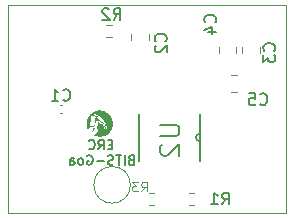
<source format=gbr>
%TF.GenerationSoftware,KiCad,Pcbnew,8.0.4-8.0.4-0~ubuntu22.04.1*%
%TF.CreationDate,2024-08-01T19:41:56+05:30*%
%TF.ProjectId,Microphone,4d696372-6f70-4686-9f6e-652e6b696361,v01*%
%TF.SameCoordinates,Original*%
%TF.FileFunction,Legend,Bot*%
%TF.FilePolarity,Positive*%
%FSLAX46Y46*%
G04 Gerber Fmt 4.6, Leading zero omitted, Abs format (unit mm)*
G04 Created by KiCad (PCBNEW 8.0.4-8.0.4-0~ubuntu22.04.1) date 2024-08-01 19:41:56*
%MOMM*%
%LPD*%
G01*
G04 APERTURE LIST*
%ADD10C,0.160000*%
%ADD11C,0.150000*%
%ADD12C,0.120000*%
%ADD13C,0.152400*%
%ADD14C,0.000000*%
%TA.AperFunction,Profile*%
%ADD15C,0.100000*%
%TD*%
G04 APERTURE END LIST*
D10*
X162675688Y-66386772D02*
X162409022Y-66386772D01*
X162294736Y-66805820D02*
X162675688Y-66805820D01*
X162675688Y-66805820D02*
X162675688Y-66005820D01*
X162675688Y-66005820D02*
X162294736Y-66005820D01*
X161494735Y-66805820D02*
X161761402Y-66424867D01*
X161951878Y-66805820D02*
X161951878Y-66005820D01*
X161951878Y-66005820D02*
X161647116Y-66005820D01*
X161647116Y-66005820D02*
X161570926Y-66043915D01*
X161570926Y-66043915D02*
X161532831Y-66082010D01*
X161532831Y-66082010D02*
X161494735Y-66158201D01*
X161494735Y-66158201D02*
X161494735Y-66272486D01*
X161494735Y-66272486D02*
X161532831Y-66348677D01*
X161532831Y-66348677D02*
X161570926Y-66386772D01*
X161570926Y-66386772D02*
X161647116Y-66424867D01*
X161647116Y-66424867D02*
X161951878Y-66424867D01*
X160694735Y-66729629D02*
X160732831Y-66767725D01*
X160732831Y-66767725D02*
X160847116Y-66805820D01*
X160847116Y-66805820D02*
X160923307Y-66805820D01*
X160923307Y-66805820D02*
X161037593Y-66767725D01*
X161037593Y-66767725D02*
X161113783Y-66691534D01*
X161113783Y-66691534D02*
X161151878Y-66615344D01*
X161151878Y-66615344D02*
X161189974Y-66462963D01*
X161189974Y-66462963D02*
X161189974Y-66348677D01*
X161189974Y-66348677D02*
X161151878Y-66196296D01*
X161151878Y-66196296D02*
X161113783Y-66120105D01*
X161113783Y-66120105D02*
X161037593Y-66043915D01*
X161037593Y-66043915D02*
X160923307Y-66005820D01*
X160923307Y-66005820D02*
X160847116Y-66005820D01*
X160847116Y-66005820D02*
X160732831Y-66043915D01*
X160732831Y-66043915D02*
X160694735Y-66082010D01*
X164237594Y-67674727D02*
X164123308Y-67712822D01*
X164123308Y-67712822D02*
X164085213Y-67750918D01*
X164085213Y-67750918D02*
X164047117Y-67827108D01*
X164047117Y-67827108D02*
X164047117Y-67941394D01*
X164047117Y-67941394D02*
X164085213Y-68017584D01*
X164085213Y-68017584D02*
X164123308Y-68055680D01*
X164123308Y-68055680D02*
X164199498Y-68093775D01*
X164199498Y-68093775D02*
X164504260Y-68093775D01*
X164504260Y-68093775D02*
X164504260Y-67293775D01*
X164504260Y-67293775D02*
X164237594Y-67293775D01*
X164237594Y-67293775D02*
X164161403Y-67331870D01*
X164161403Y-67331870D02*
X164123308Y-67369965D01*
X164123308Y-67369965D02*
X164085213Y-67446156D01*
X164085213Y-67446156D02*
X164085213Y-67522346D01*
X164085213Y-67522346D02*
X164123308Y-67598537D01*
X164123308Y-67598537D02*
X164161403Y-67636632D01*
X164161403Y-67636632D02*
X164237594Y-67674727D01*
X164237594Y-67674727D02*
X164504260Y-67674727D01*
X163704260Y-68093775D02*
X163704260Y-67293775D01*
X163437594Y-67293775D02*
X162980451Y-67293775D01*
X163209023Y-68093775D02*
X163209023Y-67293775D01*
X162751880Y-68055680D02*
X162637594Y-68093775D01*
X162637594Y-68093775D02*
X162447118Y-68093775D01*
X162447118Y-68093775D02*
X162370927Y-68055680D01*
X162370927Y-68055680D02*
X162332832Y-68017584D01*
X162332832Y-68017584D02*
X162294737Y-67941394D01*
X162294737Y-67941394D02*
X162294737Y-67865203D01*
X162294737Y-67865203D02*
X162332832Y-67789013D01*
X162332832Y-67789013D02*
X162370927Y-67750918D01*
X162370927Y-67750918D02*
X162447118Y-67712822D01*
X162447118Y-67712822D02*
X162599499Y-67674727D01*
X162599499Y-67674727D02*
X162675689Y-67636632D01*
X162675689Y-67636632D02*
X162713784Y-67598537D01*
X162713784Y-67598537D02*
X162751880Y-67522346D01*
X162751880Y-67522346D02*
X162751880Y-67446156D01*
X162751880Y-67446156D02*
X162713784Y-67369965D01*
X162713784Y-67369965D02*
X162675689Y-67331870D01*
X162675689Y-67331870D02*
X162599499Y-67293775D01*
X162599499Y-67293775D02*
X162409022Y-67293775D01*
X162409022Y-67293775D02*
X162294737Y-67331870D01*
X161951879Y-67789013D02*
X161342356Y-67789013D01*
X160542356Y-67331870D02*
X160618546Y-67293775D01*
X160618546Y-67293775D02*
X160732832Y-67293775D01*
X160732832Y-67293775D02*
X160847118Y-67331870D01*
X160847118Y-67331870D02*
X160923308Y-67408060D01*
X160923308Y-67408060D02*
X160961403Y-67484251D01*
X160961403Y-67484251D02*
X160999499Y-67636632D01*
X160999499Y-67636632D02*
X160999499Y-67750918D01*
X160999499Y-67750918D02*
X160961403Y-67903299D01*
X160961403Y-67903299D02*
X160923308Y-67979489D01*
X160923308Y-67979489D02*
X160847118Y-68055680D01*
X160847118Y-68055680D02*
X160732832Y-68093775D01*
X160732832Y-68093775D02*
X160656641Y-68093775D01*
X160656641Y-68093775D02*
X160542356Y-68055680D01*
X160542356Y-68055680D02*
X160504260Y-68017584D01*
X160504260Y-68017584D02*
X160504260Y-67750918D01*
X160504260Y-67750918D02*
X160656641Y-67750918D01*
X160047118Y-68093775D02*
X160123308Y-68055680D01*
X160123308Y-68055680D02*
X160161403Y-68017584D01*
X160161403Y-68017584D02*
X160199499Y-67941394D01*
X160199499Y-67941394D02*
X160199499Y-67712822D01*
X160199499Y-67712822D02*
X160161403Y-67636632D01*
X160161403Y-67636632D02*
X160123308Y-67598537D01*
X160123308Y-67598537D02*
X160047118Y-67560441D01*
X160047118Y-67560441D02*
X159932832Y-67560441D01*
X159932832Y-67560441D02*
X159856641Y-67598537D01*
X159856641Y-67598537D02*
X159818546Y-67636632D01*
X159818546Y-67636632D02*
X159780451Y-67712822D01*
X159780451Y-67712822D02*
X159780451Y-67941394D01*
X159780451Y-67941394D02*
X159818546Y-68017584D01*
X159818546Y-68017584D02*
X159856641Y-68055680D01*
X159856641Y-68055680D02*
X159932832Y-68093775D01*
X159932832Y-68093775D02*
X160047118Y-68093775D01*
X159094736Y-68093775D02*
X159094736Y-67674727D01*
X159094736Y-67674727D02*
X159132831Y-67598537D01*
X159132831Y-67598537D02*
X159209022Y-67560441D01*
X159209022Y-67560441D02*
X159361403Y-67560441D01*
X159361403Y-67560441D02*
X159437593Y-67598537D01*
X159094736Y-68055680D02*
X159170927Y-68093775D01*
X159170927Y-68093775D02*
X159361403Y-68093775D01*
X159361403Y-68093775D02*
X159437593Y-68055680D01*
X159437593Y-68055680D02*
X159475689Y-67979489D01*
X159475689Y-67979489D02*
X159475689Y-67903299D01*
X159475689Y-67903299D02*
X159437593Y-67827108D01*
X159437593Y-67827108D02*
X159361403Y-67789013D01*
X159361403Y-67789013D02*
X159170927Y-67789013D01*
X159170927Y-67789013D02*
X159094736Y-67750918D01*
D11*
X166708272Y-64746756D02*
X168039843Y-64746756D01*
X168039843Y-64746756D02*
X168196499Y-64825084D01*
X168196499Y-64825084D02*
X168274827Y-64903412D01*
X168274827Y-64903412D02*
X168353154Y-65060067D01*
X168353154Y-65060067D02*
X168353154Y-65373378D01*
X168353154Y-65373378D02*
X168274827Y-65530033D01*
X168274827Y-65530033D02*
X168196499Y-65608361D01*
X168196499Y-65608361D02*
X168039843Y-65686689D01*
X168039843Y-65686689D02*
X166708272Y-65686689D01*
X166864928Y-66391638D02*
X166786600Y-66469966D01*
X166786600Y-66469966D02*
X166708272Y-66626622D01*
X166708272Y-66626622D02*
X166708272Y-67018260D01*
X166708272Y-67018260D02*
X166786600Y-67174916D01*
X166786600Y-67174916D02*
X166864928Y-67253243D01*
X166864928Y-67253243D02*
X167021583Y-67331571D01*
X167021583Y-67331571D02*
X167178239Y-67331571D01*
X167178239Y-67331571D02*
X167413222Y-67253243D01*
X167413222Y-67253243D02*
X168353154Y-66313311D01*
X168353154Y-66313311D02*
X168353154Y-67331571D01*
D12*
X165133332Y-70363855D02*
X165399999Y-69982902D01*
X165590475Y-70363855D02*
X165590475Y-69563855D01*
X165590475Y-69563855D02*
X165285713Y-69563855D01*
X165285713Y-69563855D02*
X165209523Y-69601950D01*
X165209523Y-69601950D02*
X165171428Y-69640045D01*
X165171428Y-69640045D02*
X165133332Y-69716236D01*
X165133332Y-69716236D02*
X165133332Y-69830521D01*
X165133332Y-69830521D02*
X165171428Y-69906712D01*
X165171428Y-69906712D02*
X165209523Y-69944807D01*
X165209523Y-69944807D02*
X165285713Y-69982902D01*
X165285713Y-69982902D02*
X165590475Y-69982902D01*
X164866666Y-69563855D02*
X164371428Y-69563855D01*
X164371428Y-69563855D02*
X164638094Y-69868617D01*
X164638094Y-69868617D02*
X164523809Y-69868617D01*
X164523809Y-69868617D02*
X164447618Y-69906712D01*
X164447618Y-69906712D02*
X164409523Y-69944807D01*
X164409523Y-69944807D02*
X164371428Y-70020998D01*
X164371428Y-70020998D02*
X164371428Y-70211474D01*
X164371428Y-70211474D02*
X164409523Y-70287664D01*
X164409523Y-70287664D02*
X164447618Y-70325760D01*
X164447618Y-70325760D02*
X164523809Y-70363855D01*
X164523809Y-70363855D02*
X164752380Y-70363855D01*
X164752380Y-70363855D02*
X164828571Y-70325760D01*
X164828571Y-70325760D02*
X164866666Y-70287664D01*
D11*
X171966666Y-71454819D02*
X172299999Y-70978628D01*
X172538094Y-71454819D02*
X172538094Y-70454819D01*
X172538094Y-70454819D02*
X172157142Y-70454819D01*
X172157142Y-70454819D02*
X172061904Y-70502438D01*
X172061904Y-70502438D02*
X172014285Y-70550057D01*
X172014285Y-70550057D02*
X171966666Y-70645295D01*
X171966666Y-70645295D02*
X171966666Y-70788152D01*
X171966666Y-70788152D02*
X172014285Y-70883390D01*
X172014285Y-70883390D02*
X172061904Y-70931009D01*
X172061904Y-70931009D02*
X172157142Y-70978628D01*
X172157142Y-70978628D02*
X172538094Y-70978628D01*
X171014285Y-71454819D02*
X171585713Y-71454819D01*
X171299999Y-71454819D02*
X171299999Y-70454819D01*
X171299999Y-70454819D02*
X171395237Y-70597676D01*
X171395237Y-70597676D02*
X171490475Y-70692914D01*
X171490475Y-70692914D02*
X171585713Y-70740533D01*
X158486666Y-62599580D02*
X158534285Y-62647200D01*
X158534285Y-62647200D02*
X158677142Y-62694819D01*
X158677142Y-62694819D02*
X158772380Y-62694819D01*
X158772380Y-62694819D02*
X158915237Y-62647200D01*
X158915237Y-62647200D02*
X159010475Y-62551961D01*
X159010475Y-62551961D02*
X159058094Y-62456723D01*
X159058094Y-62456723D02*
X159105713Y-62266247D01*
X159105713Y-62266247D02*
X159105713Y-62123390D01*
X159105713Y-62123390D02*
X159058094Y-61932914D01*
X159058094Y-61932914D02*
X159010475Y-61837676D01*
X159010475Y-61837676D02*
X158915237Y-61742438D01*
X158915237Y-61742438D02*
X158772380Y-61694819D01*
X158772380Y-61694819D02*
X158677142Y-61694819D01*
X158677142Y-61694819D02*
X158534285Y-61742438D01*
X158534285Y-61742438D02*
X158486666Y-61790057D01*
X157534285Y-62694819D02*
X158105713Y-62694819D01*
X157819999Y-62694819D02*
X157819999Y-61694819D01*
X157819999Y-61694819D02*
X157915237Y-61837676D01*
X157915237Y-61837676D02*
X158010475Y-61932914D01*
X158010475Y-61932914D02*
X158105713Y-61980533D01*
X167159580Y-57633333D02*
X167207200Y-57585714D01*
X167207200Y-57585714D02*
X167254819Y-57442857D01*
X167254819Y-57442857D02*
X167254819Y-57347619D01*
X167254819Y-57347619D02*
X167207200Y-57204762D01*
X167207200Y-57204762D02*
X167111961Y-57109524D01*
X167111961Y-57109524D02*
X167016723Y-57061905D01*
X167016723Y-57061905D02*
X166826247Y-57014286D01*
X166826247Y-57014286D02*
X166683390Y-57014286D01*
X166683390Y-57014286D02*
X166492914Y-57061905D01*
X166492914Y-57061905D02*
X166397676Y-57109524D01*
X166397676Y-57109524D02*
X166302438Y-57204762D01*
X166302438Y-57204762D02*
X166254819Y-57347619D01*
X166254819Y-57347619D02*
X166254819Y-57442857D01*
X166254819Y-57442857D02*
X166302438Y-57585714D01*
X166302438Y-57585714D02*
X166350057Y-57633333D01*
X166350057Y-58014286D02*
X166302438Y-58061905D01*
X166302438Y-58061905D02*
X166254819Y-58157143D01*
X166254819Y-58157143D02*
X166254819Y-58395238D01*
X166254819Y-58395238D02*
X166302438Y-58490476D01*
X166302438Y-58490476D02*
X166350057Y-58538095D01*
X166350057Y-58538095D02*
X166445295Y-58585714D01*
X166445295Y-58585714D02*
X166540533Y-58585714D01*
X166540533Y-58585714D02*
X166683390Y-58538095D01*
X166683390Y-58538095D02*
X167254819Y-57966667D01*
X167254819Y-57966667D02*
X167254819Y-58585714D01*
X176359580Y-58433333D02*
X176407200Y-58385714D01*
X176407200Y-58385714D02*
X176454819Y-58242857D01*
X176454819Y-58242857D02*
X176454819Y-58147619D01*
X176454819Y-58147619D02*
X176407200Y-58004762D01*
X176407200Y-58004762D02*
X176311961Y-57909524D01*
X176311961Y-57909524D02*
X176216723Y-57861905D01*
X176216723Y-57861905D02*
X176026247Y-57814286D01*
X176026247Y-57814286D02*
X175883390Y-57814286D01*
X175883390Y-57814286D02*
X175692914Y-57861905D01*
X175692914Y-57861905D02*
X175597676Y-57909524D01*
X175597676Y-57909524D02*
X175502438Y-58004762D01*
X175502438Y-58004762D02*
X175454819Y-58147619D01*
X175454819Y-58147619D02*
X175454819Y-58242857D01*
X175454819Y-58242857D02*
X175502438Y-58385714D01*
X175502438Y-58385714D02*
X175550057Y-58433333D01*
X175454819Y-58766667D02*
X175454819Y-59385714D01*
X175454819Y-59385714D02*
X175835771Y-59052381D01*
X175835771Y-59052381D02*
X175835771Y-59195238D01*
X175835771Y-59195238D02*
X175883390Y-59290476D01*
X175883390Y-59290476D02*
X175931009Y-59338095D01*
X175931009Y-59338095D02*
X176026247Y-59385714D01*
X176026247Y-59385714D02*
X176264342Y-59385714D01*
X176264342Y-59385714D02*
X176359580Y-59338095D01*
X176359580Y-59338095D02*
X176407200Y-59290476D01*
X176407200Y-59290476D02*
X176454819Y-59195238D01*
X176454819Y-59195238D02*
X176454819Y-58909524D01*
X176454819Y-58909524D02*
X176407200Y-58814286D01*
X176407200Y-58814286D02*
X176359580Y-58766667D01*
X171359580Y-56033333D02*
X171407200Y-55985714D01*
X171407200Y-55985714D02*
X171454819Y-55842857D01*
X171454819Y-55842857D02*
X171454819Y-55747619D01*
X171454819Y-55747619D02*
X171407200Y-55604762D01*
X171407200Y-55604762D02*
X171311961Y-55509524D01*
X171311961Y-55509524D02*
X171216723Y-55461905D01*
X171216723Y-55461905D02*
X171026247Y-55414286D01*
X171026247Y-55414286D02*
X170883390Y-55414286D01*
X170883390Y-55414286D02*
X170692914Y-55461905D01*
X170692914Y-55461905D02*
X170597676Y-55509524D01*
X170597676Y-55509524D02*
X170502438Y-55604762D01*
X170502438Y-55604762D02*
X170454819Y-55747619D01*
X170454819Y-55747619D02*
X170454819Y-55842857D01*
X170454819Y-55842857D02*
X170502438Y-55985714D01*
X170502438Y-55985714D02*
X170550057Y-56033333D01*
X170788152Y-56890476D02*
X171454819Y-56890476D01*
X170407200Y-56652381D02*
X171121485Y-56414286D01*
X171121485Y-56414286D02*
X171121485Y-57033333D01*
X162766666Y-55854819D02*
X163099999Y-55378628D01*
X163338094Y-55854819D02*
X163338094Y-54854819D01*
X163338094Y-54854819D02*
X162957142Y-54854819D01*
X162957142Y-54854819D02*
X162861904Y-54902438D01*
X162861904Y-54902438D02*
X162814285Y-54950057D01*
X162814285Y-54950057D02*
X162766666Y-55045295D01*
X162766666Y-55045295D02*
X162766666Y-55188152D01*
X162766666Y-55188152D02*
X162814285Y-55283390D01*
X162814285Y-55283390D02*
X162861904Y-55331009D01*
X162861904Y-55331009D02*
X162957142Y-55378628D01*
X162957142Y-55378628D02*
X163338094Y-55378628D01*
X162385713Y-54950057D02*
X162338094Y-54902438D01*
X162338094Y-54902438D02*
X162242856Y-54854819D01*
X162242856Y-54854819D02*
X162004761Y-54854819D01*
X162004761Y-54854819D02*
X161909523Y-54902438D01*
X161909523Y-54902438D02*
X161861904Y-54950057D01*
X161861904Y-54950057D02*
X161814285Y-55045295D01*
X161814285Y-55045295D02*
X161814285Y-55140533D01*
X161814285Y-55140533D02*
X161861904Y-55283390D01*
X161861904Y-55283390D02*
X162433332Y-55854819D01*
X162433332Y-55854819D02*
X161814285Y-55854819D01*
X175166666Y-62959580D02*
X175214285Y-63007200D01*
X175214285Y-63007200D02*
X175357142Y-63054819D01*
X175357142Y-63054819D02*
X175452380Y-63054819D01*
X175452380Y-63054819D02*
X175595237Y-63007200D01*
X175595237Y-63007200D02*
X175690475Y-62911961D01*
X175690475Y-62911961D02*
X175738094Y-62816723D01*
X175738094Y-62816723D02*
X175785713Y-62626247D01*
X175785713Y-62626247D02*
X175785713Y-62483390D01*
X175785713Y-62483390D02*
X175738094Y-62292914D01*
X175738094Y-62292914D02*
X175690475Y-62197676D01*
X175690475Y-62197676D02*
X175595237Y-62102438D01*
X175595237Y-62102438D02*
X175452380Y-62054819D01*
X175452380Y-62054819D02*
X175357142Y-62054819D01*
X175357142Y-62054819D02*
X175214285Y-62102438D01*
X175214285Y-62102438D02*
X175166666Y-62150057D01*
X174261904Y-62054819D02*
X174738094Y-62054819D01*
X174738094Y-62054819D02*
X174785713Y-62531009D01*
X174785713Y-62531009D02*
X174738094Y-62483390D01*
X174738094Y-62483390D02*
X174642856Y-62435771D01*
X174642856Y-62435771D02*
X174404761Y-62435771D01*
X174404761Y-62435771D02*
X174309523Y-62483390D01*
X174309523Y-62483390D02*
X174261904Y-62531009D01*
X174261904Y-62531009D02*
X174214285Y-62626247D01*
X174214285Y-62626247D02*
X174214285Y-62864342D01*
X174214285Y-62864342D02*
X174261904Y-62959580D01*
X174261904Y-62959580D02*
X174309523Y-63007200D01*
X174309523Y-63007200D02*
X174404761Y-63054819D01*
X174404761Y-63054819D02*
X174642856Y-63054819D01*
X174642856Y-63054819D02*
X174738094Y-63007200D01*
X174738094Y-63007200D02*
X174785713Y-62959580D01*
D13*
%TO.C,U2*%
X164929600Y-63818800D02*
X164929600Y-67781200D01*
X170060400Y-65495200D02*
X170060400Y-63818800D01*
X170060400Y-66104800D02*
X170060400Y-65495200D01*
X170060400Y-67781200D02*
X170060400Y-66104800D01*
X170060400Y-66104800D02*
G75*
G02*
X170060400Y-65495200I0J304800D01*
G01*
D12*
%TO.C,R3*%
X165737742Y-70477500D02*
X166212258Y-70477500D01*
X165737742Y-71522500D02*
X166212258Y-71522500D01*
%TO.C,R1*%
X169137742Y-70477500D02*
X169612258Y-70477500D01*
X169137742Y-71522500D02*
X169612258Y-71522500D01*
D14*
%TO.C,G\u002A\u002A\u002A*%
G36*
X162093796Y-64910606D02*
G01*
X162101685Y-64910703D01*
X162107352Y-64911073D01*
X162111748Y-64911883D01*
X162115821Y-64913295D01*
X162120523Y-64915474D01*
X162121132Y-64915778D01*
X162132882Y-64923481D01*
X162142897Y-64933597D01*
X162150462Y-64945414D01*
X162150854Y-64946216D01*
X162152903Y-64950755D01*
X162154211Y-64954813D01*
X162154943Y-64959337D01*
X162155262Y-64965277D01*
X162155331Y-64973580D01*
X162155327Y-64976646D01*
X162155206Y-64983977D01*
X162154782Y-64989293D01*
X162153877Y-64993567D01*
X162152308Y-64997770D01*
X162149897Y-65002876D01*
X162149081Y-65004474D01*
X162141177Y-65016034D01*
X162130950Y-65025667D01*
X162118966Y-65032931D01*
X162105789Y-65037384D01*
X162099051Y-65038249D01*
X162088494Y-65038138D01*
X162077611Y-65036681D01*
X162067889Y-65034009D01*
X162066778Y-65033572D01*
X162057554Y-65028488D01*
X162048478Y-65021237D01*
X162040532Y-65012715D01*
X162034700Y-65003814D01*
X162031467Y-64996298D01*
X162028196Y-64982711D01*
X162027858Y-64969022D01*
X162030300Y-64955686D01*
X162035365Y-64943160D01*
X162042899Y-64931902D01*
X162052749Y-64922367D01*
X162064759Y-64915012D01*
X162068989Y-64913160D01*
X162073194Y-64911815D01*
X162077861Y-64911042D01*
X162083941Y-64910689D01*
X162092382Y-64910605D01*
X162093796Y-64910606D01*
G37*
G36*
X162703487Y-64443456D02*
G01*
X162705261Y-64455880D01*
X162711866Y-64516213D01*
X162715179Y-64576698D01*
X162715207Y-64637233D01*
X162711958Y-64697717D01*
X162709166Y-64723558D01*
X162705440Y-64758048D01*
X162701727Y-64780855D01*
X162695659Y-64818125D01*
X162682624Y-64877846D01*
X162666343Y-64937110D01*
X162655140Y-64971649D01*
X162654602Y-64973308D01*
X162634719Y-65026265D01*
X162611856Y-65078674D01*
X162586213Y-65130146D01*
X162557986Y-65180292D01*
X162527373Y-65228722D01*
X162494572Y-65275048D01*
X162475925Y-65299244D01*
X162436900Y-65345851D01*
X162404695Y-65380343D01*
X162395576Y-65390110D01*
X162352042Y-65431952D01*
X162306389Y-65471311D01*
X162258705Y-65508118D01*
X162209082Y-65542307D01*
X162157609Y-65573810D01*
X162104376Y-65602559D01*
X162049473Y-65628488D01*
X161992989Y-65651528D01*
X161952965Y-65665685D01*
X161897632Y-65682403D01*
X161841101Y-65696329D01*
X161783853Y-65707362D01*
X161726369Y-65715400D01*
X161669132Y-65720340D01*
X161665684Y-65720508D01*
X161656810Y-65720777D01*
X161645527Y-65720973D01*
X161632407Y-65721097D01*
X161618022Y-65721153D01*
X161602945Y-65721141D01*
X161587747Y-65721066D01*
X161573001Y-65720928D01*
X161559280Y-65720730D01*
X161547154Y-65720474D01*
X161537197Y-65720163D01*
X161529981Y-65719798D01*
X161482043Y-65715512D01*
X161421588Y-65707233D01*
X161361990Y-65695787D01*
X161303091Y-65681143D01*
X161244730Y-65663269D01*
X161241501Y-65662175D01*
X161228671Y-65657655D01*
X161214961Y-65652583D01*
X161200702Y-65647102D01*
X161186226Y-65641355D01*
X161171865Y-65635484D01*
X161157950Y-65629634D01*
X161144814Y-65623947D01*
X161132789Y-65618566D01*
X161122205Y-65613635D01*
X161113396Y-65609296D01*
X161106693Y-65605692D01*
X161102428Y-65602968D01*
X161100932Y-65601265D01*
X161101058Y-65600802D01*
X161103197Y-65598905D01*
X161107144Y-65597136D01*
X161114846Y-65594384D01*
X161129773Y-65588025D01*
X161146354Y-65579872D01*
X161164095Y-65570210D01*
X161182502Y-65559324D01*
X161201080Y-65547501D01*
X161219334Y-65535027D01*
X161236770Y-65522187D01*
X161251213Y-65510825D01*
X161274733Y-65491246D01*
X161298985Y-65469869D01*
X161323368Y-65447270D01*
X161347283Y-65424024D01*
X161370127Y-65400704D01*
X161391301Y-65377887D01*
X161410203Y-65356148D01*
X161419959Y-65344481D01*
X161437678Y-65237704D01*
X161437814Y-65236883D01*
X161441913Y-65212111D01*
X161862965Y-65212111D01*
X161863672Y-65218491D01*
X161866210Y-65226935D01*
X161870081Y-65234691D01*
X161874740Y-65240451D01*
X161875673Y-65241088D01*
X161879402Y-65243319D01*
X161885686Y-65246928D01*
X161894301Y-65251792D01*
X161905026Y-65257789D01*
X161917640Y-65264795D01*
X161931921Y-65272687D01*
X161947646Y-65281343D01*
X161964594Y-65290638D01*
X161982543Y-65300451D01*
X162001272Y-65310658D01*
X162012759Y-65316909D01*
X162031109Y-65326896D01*
X162048580Y-65336407D01*
X162064948Y-65345320D01*
X162079987Y-65353511D01*
X162093471Y-65360858D01*
X162105173Y-65367237D01*
X162114869Y-65372525D01*
X162122331Y-65376599D01*
X162127335Y-65379336D01*
X162129655Y-65380613D01*
X162129711Y-65380343D01*
X162127809Y-65378058D01*
X162123855Y-65373761D01*
X162118019Y-65367628D01*
X162110474Y-65359834D01*
X162101390Y-65350557D01*
X162090940Y-65339971D01*
X162079296Y-65328252D01*
X162066629Y-65315578D01*
X162053110Y-65302123D01*
X161970767Y-65220381D01*
X161986991Y-65172636D01*
X162003216Y-65124891D01*
X161959483Y-65083182D01*
X161959444Y-65083145D01*
X161949425Y-65073608D01*
X161940154Y-65064819D01*
X161931905Y-65057035D01*
X161924952Y-65050513D01*
X161919569Y-65045510D01*
X161916031Y-65042283D01*
X161914612Y-65041091D01*
X161914479Y-65041248D01*
X161913474Y-65043724D01*
X161911628Y-65048974D01*
X161909035Y-65056704D01*
X161905790Y-65066620D01*
X161901990Y-65078429D01*
X161897730Y-65091837D01*
X161893105Y-65106550D01*
X161888211Y-65122275D01*
X161887019Y-65126129D01*
X161880956Y-65145846D01*
X161875870Y-65162634D01*
X161871708Y-65176675D01*
X161868419Y-65188153D01*
X161865953Y-65197252D01*
X161864256Y-65204156D01*
X161863277Y-65209048D01*
X161862965Y-65212111D01*
X161441913Y-65212111D01*
X161442815Y-65206663D01*
X161447272Y-65179517D01*
X161451207Y-65155260D01*
X161454641Y-65133705D01*
X161457597Y-65114668D01*
X161460096Y-65097962D01*
X161462159Y-65083401D01*
X161463808Y-65070801D01*
X161465064Y-65059975D01*
X161465950Y-65050738D01*
X161466486Y-65042905D01*
X161466695Y-65036289D01*
X161466597Y-65030704D01*
X161466215Y-65025966D01*
X161465570Y-65021889D01*
X161464684Y-65018286D01*
X161463578Y-65014973D01*
X161462633Y-65012711D01*
X161457563Y-65004102D01*
X161450538Y-64995484D01*
X161442429Y-64987829D01*
X161438457Y-64985099D01*
X161925893Y-64985099D01*
X161925899Y-64985686D01*
X161926025Y-64987161D01*
X161926458Y-64988725D01*
X161927383Y-64990581D01*
X161928985Y-64992934D01*
X161931449Y-64995990D01*
X161934961Y-64999953D01*
X161939706Y-65005029D01*
X161945869Y-65011421D01*
X161953635Y-65019336D01*
X161963189Y-65028977D01*
X161974717Y-65040551D01*
X161988404Y-65054261D01*
X161994235Y-65060095D01*
X162005794Y-65071634D01*
X162016541Y-65082327D01*
X162026258Y-65091961D01*
X162034727Y-65100319D01*
X162041730Y-65107188D01*
X162047050Y-65112352D01*
X162050468Y-65115597D01*
X162051767Y-65116709D01*
X162051988Y-65116649D01*
X162053263Y-65116179D01*
X162055781Y-65115169D01*
X162059768Y-65113524D01*
X162065450Y-65111148D01*
X162073051Y-65107948D01*
X162082799Y-65103829D01*
X162094917Y-65098694D01*
X162109632Y-65092451D01*
X162127170Y-65085003D01*
X162128067Y-65084622D01*
X162146361Y-65076755D01*
X162163516Y-65069207D01*
X162179256Y-65062107D01*
X162193304Y-65055587D01*
X162205383Y-65049776D01*
X162215217Y-65044806D01*
X162222528Y-65040806D01*
X162227041Y-65037908D01*
X162232788Y-65033525D01*
X162231703Y-64957156D01*
X162231521Y-64945057D01*
X162231409Y-64938420D01*
X162265824Y-64938420D01*
X162265886Y-64952227D01*
X162266321Y-65012899D01*
X162308563Y-65025388D01*
X162319649Y-65028668D01*
X162329796Y-65031676D01*
X162336021Y-65033525D01*
X162338432Y-65034241D01*
X162345139Y-65036239D01*
X162349502Y-65037547D01*
X162351103Y-65038040D01*
X162351183Y-65038576D01*
X162351560Y-65041956D01*
X162352217Y-65048212D01*
X162353126Y-65057077D01*
X162354261Y-65068282D01*
X162355593Y-65081557D01*
X162357097Y-65096635D01*
X162358744Y-65113247D01*
X162360509Y-65131125D01*
X162362364Y-65149999D01*
X162363352Y-65160044D01*
X162365196Y-65178638D01*
X162366957Y-65196199D01*
X162368606Y-65212443D01*
X162370113Y-65227088D01*
X162371449Y-65239851D01*
X162372585Y-65250448D01*
X162373489Y-65258596D01*
X162374135Y-65264013D01*
X162374491Y-65266415D01*
X162374664Y-65266560D01*
X162375331Y-65264922D01*
X162376445Y-65260674D01*
X162378018Y-65253743D01*
X162380067Y-65244059D01*
X162382605Y-65231546D01*
X162385648Y-65216134D01*
X162389209Y-65197750D01*
X162393303Y-65176321D01*
X162397946Y-65151774D01*
X162403151Y-65124038D01*
X162405541Y-65111265D01*
X162410092Y-65086942D01*
X162414078Y-65065570D01*
X162417527Y-65046939D01*
X162420464Y-65030843D01*
X162422913Y-65017073D01*
X162424902Y-65005421D01*
X162426455Y-64995679D01*
X162427598Y-64987639D01*
X162428357Y-64981092D01*
X162428758Y-64975832D01*
X162428825Y-64971649D01*
X162428586Y-64968336D01*
X162428065Y-64965685D01*
X162427288Y-64963488D01*
X162426280Y-64961536D01*
X162425068Y-64959621D01*
X162423678Y-64957537D01*
X162423112Y-64956713D01*
X162418762Y-64951519D01*
X162413991Y-64947117D01*
X162413921Y-64947067D01*
X162411357Y-64945783D01*
X162406117Y-64943532D01*
X162398584Y-64940457D01*
X162389143Y-64936703D01*
X162378178Y-64932417D01*
X162366073Y-64927742D01*
X162353212Y-64922824D01*
X162339980Y-64917809D01*
X162326759Y-64912840D01*
X162313936Y-64908063D01*
X162301892Y-64903623D01*
X162291014Y-64899665D01*
X162281684Y-64896334D01*
X162274288Y-64893775D01*
X162269208Y-64892134D01*
X162266830Y-64891554D01*
X162266820Y-64891556D01*
X162266519Y-64893251D01*
X162266264Y-64897881D01*
X162266062Y-64905079D01*
X162265917Y-64914480D01*
X162265836Y-64925715D01*
X162265824Y-64938420D01*
X162231409Y-64938420D01*
X162231256Y-64929401D01*
X162230974Y-64914664D01*
X162230684Y-64901245D01*
X162230396Y-64889542D01*
X162230118Y-64879956D01*
X162229861Y-64872884D01*
X162229634Y-64868726D01*
X162229289Y-64864774D01*
X162228656Y-64860051D01*
X162227568Y-64856065D01*
X162225711Y-64852537D01*
X162222772Y-64849191D01*
X162218439Y-64845747D01*
X162212398Y-64841928D01*
X162204336Y-64837456D01*
X162193940Y-64832052D01*
X162180897Y-64825438D01*
X162140200Y-64804877D01*
X162041969Y-64850215D01*
X162035425Y-64853237D01*
X162014819Y-64862791D01*
X161997075Y-64871080D01*
X161982068Y-64878167D01*
X161969669Y-64884114D01*
X161959750Y-64888984D01*
X161952184Y-64892839D01*
X161946844Y-64895741D01*
X161943603Y-64897753D01*
X161942331Y-64898937D01*
X161942234Y-64899190D01*
X161941247Y-64902716D01*
X161939827Y-64908845D01*
X161938086Y-64916994D01*
X161936133Y-64926582D01*
X161934081Y-64937027D01*
X161932041Y-64947746D01*
X161930123Y-64958159D01*
X161928438Y-64967682D01*
X161927097Y-64975735D01*
X161926212Y-64981734D01*
X161925893Y-64985099D01*
X161438457Y-64985099D01*
X161434107Y-64982109D01*
X161433048Y-64981586D01*
X161428337Y-64979761D01*
X161421897Y-64977708D01*
X161414430Y-64975599D01*
X161406632Y-64973607D01*
X161399204Y-64971903D01*
X161392843Y-64970661D01*
X161388250Y-64970054D01*
X161386123Y-64970254D01*
X161385708Y-64971823D01*
X161384776Y-64976308D01*
X161383404Y-64983335D01*
X161381664Y-64992532D01*
X161379625Y-65003527D01*
X161377357Y-65015951D01*
X161374932Y-65029430D01*
X161372753Y-65041621D01*
X161370434Y-65054587D01*
X161368332Y-65066333D01*
X161366521Y-65076452D01*
X161365072Y-65084534D01*
X161364060Y-65090172D01*
X161363558Y-65092957D01*
X161362625Y-65098057D01*
X161240530Y-65082632D01*
X161240389Y-65082614D01*
X161220658Y-65080139D01*
X161201892Y-65077820D01*
X161184348Y-65075685D01*
X161168285Y-65073765D01*
X161153959Y-65072089D01*
X161141630Y-65070688D01*
X161131555Y-65069591D01*
X161123992Y-65068827D01*
X161119199Y-65068427D01*
X161117434Y-65068421D01*
X161117240Y-65069040D01*
X161116573Y-65072507D01*
X161115565Y-65078641D01*
X161114276Y-65087042D01*
X161112768Y-65097306D01*
X161111101Y-65109031D01*
X161109337Y-65121816D01*
X161108816Y-65125641D01*
X161106506Y-65142398D01*
X161104517Y-65156322D01*
X161102770Y-65167788D01*
X161101186Y-65177172D01*
X161099687Y-65184851D01*
X161098193Y-65191200D01*
X161096626Y-65196595D01*
X161094907Y-65201413D01*
X161092958Y-65206029D01*
X161090699Y-65210820D01*
X161090692Y-65210835D01*
X161089159Y-65213874D01*
X161087498Y-65216871D01*
X161085547Y-65220017D01*
X161083143Y-65223502D01*
X161080122Y-65227516D01*
X161076322Y-65232251D01*
X161071580Y-65237897D01*
X161065734Y-65244645D01*
X161058619Y-65252685D01*
X161050074Y-65262208D01*
X161039936Y-65273406D01*
X161028041Y-65286467D01*
X161014226Y-65301584D01*
X160998330Y-65318946D01*
X160996617Y-65320816D01*
X160977438Y-65341690D01*
X160959590Y-65361008D01*
X160943160Y-65378680D01*
X160928237Y-65394613D01*
X160914906Y-65408715D01*
X160903256Y-65420896D01*
X160893375Y-65431063D01*
X160885350Y-65439125D01*
X160879269Y-65444990D01*
X160875219Y-65448567D01*
X160873288Y-65449764D01*
X160873273Y-65449763D01*
X160871388Y-65448634D01*
X160867650Y-65445671D01*
X160862594Y-65441320D01*
X160856755Y-65436024D01*
X160842010Y-65422333D01*
X160934418Y-65318872D01*
X160941883Y-65310508D01*
X160955966Y-65294697D01*
X160969468Y-65279497D01*
X160982208Y-65265115D01*
X160994003Y-65251756D01*
X161004674Y-65239627D01*
X161014040Y-65228934D01*
X161021917Y-65219883D01*
X161028127Y-65212680D01*
X161032487Y-65207532D01*
X161034816Y-65204644D01*
X161039365Y-65198123D01*
X161049193Y-65181102D01*
X161057743Y-65162094D01*
X161064654Y-65141965D01*
X161069564Y-65121579D01*
X161070548Y-65114677D01*
X161071366Y-65102802D01*
X161071512Y-65089536D01*
X161071009Y-65075964D01*
X161069878Y-65063170D01*
X161068143Y-65052241D01*
X161067299Y-65048412D01*
X161060013Y-65023819D01*
X161049911Y-65000733D01*
X161037167Y-64979353D01*
X161021953Y-64959879D01*
X161004444Y-64942508D01*
X160984812Y-64927440D01*
X160963230Y-64914873D01*
X160945558Y-64907409D01*
X161039966Y-64907409D01*
X161039978Y-64907513D01*
X161041215Y-64909392D01*
X161044089Y-64913241D01*
X161048234Y-64918578D01*
X161053282Y-64924921D01*
X161072330Y-64951038D01*
X161089288Y-64979503D01*
X161103378Y-65009170D01*
X161103476Y-65009405D01*
X161105848Y-65014882D01*
X161107813Y-65019065D01*
X161108955Y-65021066D01*
X161109321Y-65021179D01*
X161112412Y-65021682D01*
X161118407Y-65022488D01*
X161127031Y-65023564D01*
X161138007Y-65024879D01*
X161151062Y-65026400D01*
X161165918Y-65028095D01*
X161182302Y-65029932D01*
X161199937Y-65031878D01*
X161218548Y-65033901D01*
X161226070Y-65034713D01*
X161244427Y-65036698D01*
X161261754Y-65038577D01*
X161277770Y-65040318D01*
X161292190Y-65041891D01*
X161304731Y-65043265D01*
X161315112Y-65044408D01*
X161323047Y-65045291D01*
X161328254Y-65045880D01*
X161330451Y-65046147D01*
X161330656Y-65046172D01*
X161331343Y-65046073D01*
X161332008Y-65045501D01*
X161332697Y-65044226D01*
X161333454Y-65042012D01*
X161334326Y-65038626D01*
X161335358Y-65033836D01*
X161336595Y-65027408D01*
X161338084Y-65019109D01*
X161339868Y-65008704D01*
X161341995Y-64995962D01*
X161344509Y-64980648D01*
X161347456Y-64962529D01*
X161350882Y-64941373D01*
X161351770Y-64935886D01*
X161354703Y-64917802D01*
X161357482Y-64900726D01*
X161360060Y-64884939D01*
X161362392Y-64870726D01*
X161364431Y-64858369D01*
X161366129Y-64848151D01*
X161367440Y-64840355D01*
X161368318Y-64835264D01*
X161368716Y-64833161D01*
X161368930Y-64832766D01*
X161371485Y-64830566D01*
X161376546Y-64827303D01*
X161383715Y-64823217D01*
X161392598Y-64818551D01*
X161397282Y-64816141D01*
X161404573Y-64812240D01*
X161410406Y-64808927D01*
X161414276Y-64806494D01*
X161415678Y-64805232D01*
X161415898Y-64803466D01*
X161416553Y-64798680D01*
X161417607Y-64791153D01*
X161419019Y-64781155D01*
X161420750Y-64768959D01*
X161422762Y-64754836D01*
X161425014Y-64739060D01*
X161427469Y-64721901D01*
X161430087Y-64703631D01*
X161432829Y-64684523D01*
X161435655Y-64664849D01*
X161438527Y-64644880D01*
X161441406Y-64624888D01*
X161444252Y-64605146D01*
X161447026Y-64585925D01*
X161449689Y-64567497D01*
X161452203Y-64550135D01*
X161454527Y-64534109D01*
X161456623Y-64519693D01*
X161458452Y-64507157D01*
X161459974Y-64496775D01*
X161461151Y-64488817D01*
X161461944Y-64483557D01*
X161465199Y-64462365D01*
X161369621Y-64349906D01*
X161355829Y-64333704D01*
X161342324Y-64317890D01*
X161329588Y-64303028D01*
X161317773Y-64289291D01*
X161307031Y-64276856D01*
X161297514Y-64265898D01*
X161289374Y-64256592D01*
X161282765Y-64249114D01*
X161277839Y-64243639D01*
X161274747Y-64240343D01*
X161273642Y-64239401D01*
X161273469Y-64240775D01*
X161272941Y-64245280D01*
X161272082Y-64252732D01*
X161270913Y-64262943D01*
X161269455Y-64275728D01*
X161267729Y-64290898D01*
X161265757Y-64308268D01*
X161263560Y-64327651D01*
X161261159Y-64348860D01*
X161258575Y-64371708D01*
X161255829Y-64396009D01*
X161252942Y-64421575D01*
X161249937Y-64448221D01*
X161246833Y-64475758D01*
X161244360Y-64497650D01*
X161241276Y-64524790D01*
X161238276Y-64551003D01*
X161235385Y-64576091D01*
X161232626Y-64599858D01*
X161230022Y-64622105D01*
X161227597Y-64642637D01*
X161225374Y-64661256D01*
X161223376Y-64677765D01*
X161221628Y-64691966D01*
X161220152Y-64703663D01*
X161218971Y-64712659D01*
X161218111Y-64718756D01*
X161217592Y-64721757D01*
X161213539Y-64735470D01*
X161207354Y-64751761D01*
X161199679Y-64768825D01*
X161190924Y-64785818D01*
X161181496Y-64801894D01*
X161171807Y-64816208D01*
X161167082Y-64822194D01*
X161159231Y-64831134D01*
X161150081Y-64840757D01*
X161140302Y-64850407D01*
X161130565Y-64859427D01*
X161121540Y-64867160D01*
X161113897Y-64872950D01*
X161109450Y-64875887D01*
X161096181Y-64883757D01*
X161081784Y-64891228D01*
X161067459Y-64897700D01*
X161054412Y-64902574D01*
X161051535Y-64903507D01*
X161045765Y-64905402D01*
X161041660Y-64906786D01*
X161039966Y-64907409D01*
X160945558Y-64907409D01*
X160939873Y-64905008D01*
X160922815Y-64899927D01*
X160898366Y-64895504D01*
X160873637Y-64894213D01*
X160848977Y-64896023D01*
X160824733Y-64900901D01*
X160801254Y-64908815D01*
X160778890Y-64919734D01*
X160774584Y-64922250D01*
X160769159Y-64925629D01*
X160763884Y-64929236D01*
X160758545Y-64933277D01*
X160752933Y-64937958D01*
X160746834Y-64943486D01*
X160740038Y-64950067D01*
X160732333Y-64957907D01*
X160723508Y-64967212D01*
X160713351Y-64978189D01*
X160701650Y-64991045D01*
X160688195Y-65005984D01*
X160672773Y-65023213D01*
X160672123Y-65023941D01*
X160660153Y-65037328D01*
X160648832Y-65049967D01*
X160638357Y-65061641D01*
X160628919Y-65072135D01*
X160620715Y-65081233D01*
X160613938Y-65088720D01*
X160608782Y-65094381D01*
X160605443Y-65098000D01*
X160604114Y-65099360D01*
X160603545Y-65098984D01*
X160601707Y-65096217D01*
X160598955Y-65091210D01*
X160595551Y-65084451D01*
X160591758Y-65076427D01*
X160575064Y-65038382D01*
X160554875Y-64986625D01*
X160537471Y-64934451D01*
X160522742Y-64881454D01*
X160510578Y-64827230D01*
X160500869Y-64771372D01*
X160493506Y-64713474D01*
X160493208Y-64710436D01*
X160492298Y-64698106D01*
X160492102Y-64694150D01*
X160793436Y-64694150D01*
X160793568Y-64698377D01*
X160793840Y-64702102D01*
X160794236Y-64705476D01*
X160794743Y-64708648D01*
X160795346Y-64711766D01*
X160796032Y-64714982D01*
X160796786Y-64718444D01*
X160798565Y-64725966D01*
X160806236Y-64749377D01*
X160816699Y-64771273D01*
X160829756Y-64791442D01*
X160845212Y-64809674D01*
X160862871Y-64825756D01*
X160882539Y-64839479D01*
X160904018Y-64850630D01*
X160927114Y-64859000D01*
X160933513Y-64860621D01*
X160942816Y-64862555D01*
X160953004Y-64864341D01*
X160962788Y-64865736D01*
X160969730Y-64866540D01*
X160982473Y-64867669D01*
X160993468Y-64868047D01*
X161003715Y-64867689D01*
X161014214Y-64866614D01*
X161022006Y-64865426D01*
X161045263Y-64859766D01*
X161067391Y-64851234D01*
X161088143Y-64840049D01*
X161107268Y-64826431D01*
X161124519Y-64810597D01*
X161139647Y-64792769D01*
X161152402Y-64773164D01*
X161162536Y-64752003D01*
X161169800Y-64729504D01*
X161170277Y-64727238D01*
X161171261Y-64721464D01*
X161172581Y-64712781D01*
X161174239Y-64701156D01*
X161176242Y-64686557D01*
X161178591Y-64668952D01*
X161181292Y-64648311D01*
X161184349Y-64624601D01*
X161187765Y-64597791D01*
X161191545Y-64567848D01*
X161195694Y-64534742D01*
X161200214Y-64498440D01*
X161205111Y-64458911D01*
X161210388Y-64416122D01*
X161212561Y-64398464D01*
X161216899Y-64363203D01*
X161220855Y-64331007D01*
X161224448Y-64301723D01*
X161227693Y-64275200D01*
X161230608Y-64251285D01*
X161233210Y-64229826D01*
X161235516Y-64210671D01*
X161237543Y-64193669D01*
X161239308Y-64178666D01*
X161240828Y-64165511D01*
X161242119Y-64154051D01*
X161243200Y-64144135D01*
X161244086Y-64135610D01*
X161244796Y-64128325D01*
X161245345Y-64122127D01*
X161245752Y-64116864D01*
X161246032Y-64112385D01*
X161246204Y-64108536D01*
X161246283Y-64105165D01*
X161246288Y-64102122D01*
X161246234Y-64099253D01*
X161246140Y-64096407D01*
X161244841Y-64079145D01*
X161241789Y-64061662D01*
X161236759Y-64044859D01*
X161229457Y-64027514D01*
X161222410Y-64013778D01*
X161214479Y-64001075D01*
X161205262Y-63989109D01*
X161193947Y-63976719D01*
X161187175Y-63970060D01*
X161169465Y-63955311D01*
X161150484Y-63943239D01*
X161129985Y-63933739D01*
X161107718Y-63926708D01*
X161083434Y-63922043D01*
X161056886Y-63919639D01*
X161050181Y-63919436D01*
X161025565Y-63920692D01*
X161001892Y-63925112D01*
X160979256Y-63932657D01*
X160957751Y-63943291D01*
X160937472Y-63956977D01*
X160918512Y-63973678D01*
X160907520Y-63985629D01*
X160893342Y-64004798D01*
X160881794Y-64025421D01*
X160873102Y-64047076D01*
X160867491Y-64069339D01*
X160867322Y-64070448D01*
X160866721Y-64074883D01*
X160865750Y-64082338D01*
X160864429Y-64092642D01*
X160862781Y-64105625D01*
X160860826Y-64121116D01*
X160858586Y-64138944D01*
X160856082Y-64158938D01*
X160853337Y-64180927D01*
X160850370Y-64204741D01*
X160847203Y-64230208D01*
X160843859Y-64257157D01*
X160840357Y-64285419D01*
X160836720Y-64314821D01*
X160832968Y-64345193D01*
X160829124Y-64376365D01*
X160826132Y-64400645D01*
X160821740Y-64436280D01*
X160817727Y-64468870D01*
X160814080Y-64498567D01*
X160810784Y-64525518D01*
X160807824Y-64549874D01*
X160805187Y-64571784D01*
X160802859Y-64591398D01*
X160800825Y-64608865D01*
X160799071Y-64624335D01*
X160797584Y-64637958D01*
X160796348Y-64649882D01*
X160795351Y-64660259D01*
X160794577Y-64669236D01*
X160794013Y-64676965D01*
X160793644Y-64683593D01*
X160793456Y-64689272D01*
X160793436Y-64694150D01*
X160492102Y-64694150D01*
X160491557Y-64683158D01*
X160490984Y-64666126D01*
X160490581Y-64647544D01*
X160490347Y-64627948D01*
X160490283Y-64607871D01*
X160490387Y-64587847D01*
X160490662Y-64568411D01*
X160491106Y-64550098D01*
X160491719Y-64533440D01*
X160492503Y-64518974D01*
X160493457Y-64507233D01*
X160494265Y-64499521D01*
X160502551Y-64437169D01*
X160513800Y-64376296D01*
X160528016Y-64316891D01*
X160545203Y-64258945D01*
X160565366Y-64202446D01*
X160588508Y-64147385D01*
X160614633Y-64093750D01*
X160643746Y-64041533D01*
X160675850Y-63990721D01*
X160710949Y-63941306D01*
X160736899Y-63908071D01*
X160749835Y-63892974D01*
X161067801Y-63892974D01*
X161068482Y-63893492D01*
X161071638Y-63894091D01*
X161076498Y-63894337D01*
X161079373Y-63894405D01*
X161089067Y-63895152D01*
X161100537Y-63896594D01*
X161112750Y-63898570D01*
X161124673Y-63900918D01*
X161135273Y-63903479D01*
X161136285Y-63903757D01*
X161161521Y-63912282D01*
X161184528Y-63923254D01*
X161205290Y-63936657D01*
X161223793Y-63952473D01*
X161240020Y-63970685D01*
X161253956Y-63991275D01*
X161265585Y-64014227D01*
X161274893Y-64039522D01*
X161281863Y-64067143D01*
X161282860Y-64072348D01*
X161284001Y-64079555D01*
X161284780Y-64086823D01*
X161285257Y-64094963D01*
X161285428Y-64102122D01*
X161285492Y-64104789D01*
X161285544Y-64117114D01*
X161285476Y-64124915D01*
X161285182Y-64137298D01*
X161284698Y-64149624D01*
X161284069Y-64160806D01*
X161283341Y-64169761D01*
X161281183Y-64190934D01*
X161288505Y-64199579D01*
X161291221Y-64202786D01*
X161309871Y-64224823D01*
X161329441Y-64247970D01*
X161349824Y-64272101D01*
X161370915Y-64297090D01*
X161392609Y-64322812D01*
X161414800Y-64349141D01*
X161437384Y-64375951D01*
X161460254Y-64403118D01*
X161483306Y-64430514D01*
X161506435Y-64458016D01*
X161510091Y-64462365D01*
X161529534Y-64485497D01*
X161552498Y-64512831D01*
X161575223Y-64539893D01*
X161597603Y-64566557D01*
X161619532Y-64592699D01*
X161640905Y-64618191D01*
X161661617Y-64642909D01*
X161681563Y-64666727D01*
X161700637Y-64689520D01*
X161718733Y-64711161D01*
X161735748Y-64731525D01*
X161751574Y-64750487D01*
X161766107Y-64767921D01*
X161779242Y-64783701D01*
X161790873Y-64797703D01*
X161800895Y-64809799D01*
X161809202Y-64819865D01*
X161815689Y-64827775D01*
X161820251Y-64833403D01*
X161822783Y-64836625D01*
X161829811Y-64845966D01*
X161835826Y-64853811D01*
X161840594Y-64859746D01*
X161844490Y-64864162D01*
X161847886Y-64867452D01*
X161851156Y-64870007D01*
X161854672Y-64872221D01*
X161858808Y-64874484D01*
X161860641Y-64875378D01*
X161870328Y-64878412D01*
X161881264Y-64879700D01*
X161892141Y-64879171D01*
X161901651Y-64876756D01*
X161904703Y-64875495D01*
X161908607Y-64873762D01*
X161910443Y-64872774D01*
X161910441Y-64872684D01*
X161909401Y-64870651D01*
X161906790Y-64866203D01*
X161902797Y-64859645D01*
X161897610Y-64851284D01*
X161891419Y-64841425D01*
X161884413Y-64830372D01*
X161876782Y-64818433D01*
X161876181Y-64817495D01*
X161868322Y-64805142D01*
X161860909Y-64793315D01*
X161854168Y-64782389D01*
X161848328Y-64772739D01*
X161843614Y-64764741D01*
X161840255Y-64758768D01*
X161838478Y-64755196D01*
X161837741Y-64753337D01*
X161832214Y-64734586D01*
X161830878Y-64723367D01*
X161879776Y-64723367D01*
X161881218Y-64734998D01*
X161884286Y-64744932D01*
X161885105Y-64746555D01*
X161887839Y-64751340D01*
X161892013Y-64758253D01*
X161897378Y-64766893D01*
X161903683Y-64776859D01*
X161910678Y-64787749D01*
X161918112Y-64799163D01*
X161923107Y-64806742D01*
X161930026Y-64817117D01*
X161936263Y-64826324D01*
X161941594Y-64834042D01*
X161945797Y-64839948D01*
X161948646Y-64843719D01*
X161949918Y-64845031D01*
X161950173Y-64844959D01*
X161952836Y-64843865D01*
X161958018Y-64841587D01*
X161965349Y-64838295D01*
X161974461Y-64834160D01*
X161984985Y-64829352D01*
X161996554Y-64824042D01*
X162008798Y-64818401D01*
X162021350Y-64812599D01*
X162033840Y-64806807D01*
X162045899Y-64801194D01*
X162057161Y-64795933D01*
X162067255Y-64791192D01*
X162075813Y-64787144D01*
X162082468Y-64783958D01*
X162086849Y-64781805D01*
X162088590Y-64780855D01*
X162088523Y-64780446D01*
X162087004Y-64777803D01*
X162083803Y-64773025D01*
X162079166Y-64766439D01*
X162073338Y-64758372D01*
X162066568Y-64749148D01*
X162059100Y-64739095D01*
X162051181Y-64728538D01*
X162043058Y-64717803D01*
X162034976Y-64707216D01*
X162027182Y-64697104D01*
X162019922Y-64687793D01*
X162013443Y-64679608D01*
X162007990Y-64672876D01*
X162003810Y-64667923D01*
X162001149Y-64665075D01*
X161994619Y-64659686D01*
X161982154Y-64652407D01*
X161968907Y-64647950D01*
X161955270Y-64646202D01*
X161941639Y-64647045D01*
X161928405Y-64650366D01*
X161915963Y-64656047D01*
X161904706Y-64663974D01*
X161895027Y-64674031D01*
X161887320Y-64686103D01*
X161881978Y-64700074D01*
X161880023Y-64711264D01*
X161879776Y-64723367D01*
X161830878Y-64723367D01*
X161829938Y-64715475D01*
X161830904Y-64696216D01*
X161835103Y-64677018D01*
X161842526Y-64658092D01*
X161843343Y-64656414D01*
X161847431Y-64648689D01*
X161851618Y-64642297D01*
X161856727Y-64636097D01*
X161863583Y-64628947D01*
X161863908Y-64628623D01*
X161871196Y-64621688D01*
X161877655Y-64616458D01*
X161884464Y-64612074D01*
X161892803Y-64607678D01*
X161897357Y-64605515D01*
X161913026Y-64599546D01*
X161928525Y-64596159D01*
X161944949Y-64595088D01*
X161958192Y-64595804D01*
X161977106Y-64599429D01*
X161994897Y-64605997D01*
X162011231Y-64615374D01*
X162025774Y-64627426D01*
X162026259Y-64627924D01*
X162029298Y-64631361D01*
X162034090Y-64637053D01*
X162040406Y-64644720D01*
X162048020Y-64654081D01*
X162056705Y-64664857D01*
X162066233Y-64676766D01*
X162076376Y-64689527D01*
X162086908Y-64702862D01*
X162140262Y-64770629D01*
X162145874Y-64765243D01*
X162148973Y-64761940D01*
X162155629Y-64751537D01*
X162160073Y-64738725D01*
X162162291Y-64723558D01*
X162162267Y-64706093D01*
X162162165Y-64704520D01*
X162160591Y-64688992D01*
X162157910Y-64674721D01*
X162153855Y-64660768D01*
X162148157Y-64646195D01*
X162140549Y-64630064D01*
X162136764Y-64623046D01*
X162130447Y-64612423D01*
X162122536Y-64599937D01*
X162113301Y-64585979D01*
X162103015Y-64570940D01*
X162091948Y-64555209D01*
X162080374Y-64539177D01*
X162068563Y-64523236D01*
X162056787Y-64507774D01*
X162045318Y-64493184D01*
X162042455Y-64489606D01*
X162037096Y-64482908D01*
X162032593Y-64477277D01*
X162029352Y-64473221D01*
X162027776Y-64471244D01*
X162027771Y-64471237D01*
X162026760Y-64471077D01*
X162024353Y-64471503D01*
X162020381Y-64472574D01*
X162014673Y-64474349D01*
X162007059Y-64476887D01*
X161997369Y-64480247D01*
X161985432Y-64484488D01*
X161971079Y-64489669D01*
X161954139Y-64495850D01*
X161934442Y-64503088D01*
X161911817Y-64511443D01*
X161893411Y-64518238D01*
X161870033Y-64526810D01*
X161849622Y-64534219D01*
X161832107Y-64540490D01*
X161817417Y-64545647D01*
X161805482Y-64549715D01*
X161796232Y-64552718D01*
X161789596Y-64554681D01*
X161785505Y-64555629D01*
X161781800Y-64556118D01*
X161766062Y-64556204D01*
X161750270Y-64553260D01*
X161735013Y-64547439D01*
X161720880Y-64538893D01*
X161720525Y-64538599D01*
X161718450Y-64536516D01*
X161714932Y-64532670D01*
X161709936Y-64527017D01*
X161703423Y-64519514D01*
X161695357Y-64510116D01*
X161685702Y-64498780D01*
X161674419Y-64485460D01*
X161661472Y-64470114D01*
X161646824Y-64452697D01*
X161630438Y-64433164D01*
X161612277Y-64411473D01*
X161592304Y-64387578D01*
X161570482Y-64361436D01*
X161546774Y-64333002D01*
X161521143Y-64302233D01*
X161493551Y-64269084D01*
X161463963Y-64233511D01*
X161432341Y-64195471D01*
X161398647Y-64154919D01*
X161394647Y-64150089D01*
X161385157Y-64138530D01*
X161376304Y-64127604D01*
X161368337Y-64117628D01*
X161361505Y-64108918D01*
X161356059Y-64101791D01*
X161352248Y-64096565D01*
X161350321Y-64093556D01*
X161347445Y-64086985D01*
X161343799Y-64073011D01*
X161343285Y-64063109D01*
X161387858Y-64063109D01*
X161390483Y-64071705D01*
X161391458Y-64073091D01*
X161394473Y-64076994D01*
X161399390Y-64083200D01*
X161406096Y-64091571D01*
X161414477Y-64101968D01*
X161424421Y-64114253D01*
X161435816Y-64128285D01*
X161448547Y-64143928D01*
X161462503Y-64161042D01*
X161477570Y-64179488D01*
X161493635Y-64199128D01*
X161510585Y-64219823D01*
X161528308Y-64241435D01*
X161546691Y-64263823D01*
X161565620Y-64286851D01*
X161566917Y-64288428D01*
X161590991Y-64317681D01*
X161613043Y-64344444D01*
X161633137Y-64368794D01*
X161651338Y-64390808D01*
X161667710Y-64410563D01*
X161682318Y-64428136D01*
X161695226Y-64443603D01*
X161706499Y-64457042D01*
X161716201Y-64468529D01*
X161724397Y-64478142D01*
X161731151Y-64485957D01*
X161736527Y-64492051D01*
X161740591Y-64496501D01*
X161743407Y-64499383D01*
X161745039Y-64500776D01*
X161747076Y-64501962D01*
X161753865Y-64505057D01*
X161760487Y-64507131D01*
X161766676Y-64508248D01*
X161773256Y-64508601D01*
X161779293Y-64507708D01*
X161781434Y-64507072D01*
X161786439Y-64505470D01*
X161793905Y-64503026D01*
X161803522Y-64499846D01*
X161814977Y-64496035D01*
X161827959Y-64491698D01*
X161842158Y-64486940D01*
X161857262Y-64481866D01*
X161872959Y-64476581D01*
X161888939Y-64471191D01*
X161904890Y-64465800D01*
X161920500Y-64460515D01*
X161935458Y-64455438D01*
X161949454Y-64450677D01*
X161962176Y-64446336D01*
X161973312Y-64442520D01*
X161982551Y-64439334D01*
X161989582Y-64436884D01*
X161994093Y-64435274D01*
X161995774Y-64434609D01*
X161995638Y-64433923D01*
X161993857Y-64430923D01*
X161990341Y-64425862D01*
X161985329Y-64419045D01*
X161979060Y-64410774D01*
X161971775Y-64401354D01*
X161963711Y-64391089D01*
X161955109Y-64380282D01*
X161946206Y-64369236D01*
X161937244Y-64358256D01*
X161928461Y-64347645D01*
X161920095Y-64337707D01*
X161912387Y-64328745D01*
X161904149Y-64319383D01*
X161892052Y-64305845D01*
X161878172Y-64290497D01*
X161862800Y-64273655D01*
X161846228Y-64255631D01*
X161828745Y-64236742D01*
X161810645Y-64217300D01*
X161792217Y-64197622D01*
X161773754Y-64178020D01*
X161755545Y-64158810D01*
X161737883Y-64140305D01*
X161729792Y-64131840D01*
X161721152Y-64122755D01*
X161713155Y-64114300D01*
X161706215Y-64106915D01*
X161700745Y-64101038D01*
X161697159Y-64097109D01*
X161689154Y-64088192D01*
X161667786Y-64064968D01*
X161647007Y-64043215D01*
X161627132Y-64023252D01*
X161608477Y-64005398D01*
X161591357Y-63989974D01*
X161583849Y-63983508D01*
X161575285Y-63976257D01*
X161567622Y-63969905D01*
X161561256Y-63964773D01*
X161556584Y-63961186D01*
X161554001Y-63959466D01*
X161553985Y-63959458D01*
X161552797Y-63958950D01*
X161551500Y-63958674D01*
X161549834Y-63958743D01*
X161547539Y-63959270D01*
X161544354Y-63960366D01*
X161540021Y-63962144D01*
X161534278Y-63964716D01*
X161526865Y-63968195D01*
X161517522Y-63972692D01*
X161505990Y-63978320D01*
X161492007Y-63985190D01*
X161475314Y-63993417D01*
X161471193Y-63995451D01*
X161453353Y-64004323D01*
X161437710Y-64012215D01*
X161424396Y-64019057D01*
X161413547Y-64024778D01*
X161405297Y-64029307D01*
X161399780Y-64032574D01*
X161397130Y-64034509D01*
X161395712Y-64036118D01*
X161390627Y-64044451D01*
X161387958Y-64053736D01*
X161387858Y-64063109D01*
X161343285Y-64063109D01*
X161343058Y-64058729D01*
X161345121Y-64044660D01*
X161349883Y-64031324D01*
X161357242Y-64019241D01*
X161367094Y-64008932D01*
X161369280Y-64007421D01*
X161374397Y-64004355D01*
X161381872Y-64000132D01*
X161391371Y-63994933D01*
X161402558Y-63988938D01*
X161415100Y-63982328D01*
X161428662Y-63975284D01*
X161442911Y-63967986D01*
X161511444Y-63933129D01*
X161493793Y-63923006D01*
X161485141Y-63918086D01*
X161455726Y-63902082D01*
X161427996Y-63888248D01*
X161401465Y-63876425D01*
X161375648Y-63866450D01*
X161350061Y-63858163D01*
X161324217Y-63851400D01*
X161297632Y-63846002D01*
X161269821Y-63841807D01*
X161240297Y-63838652D01*
X161230987Y-63837910D01*
X161202401Y-63836712D01*
X161176490Y-63837394D01*
X161153204Y-63839967D01*
X161132497Y-63844438D01*
X161114322Y-63850818D01*
X161098630Y-63859117D01*
X161085373Y-63869342D01*
X161084862Y-63869823D01*
X161080223Y-63874666D01*
X161075634Y-63880161D01*
X161071658Y-63885549D01*
X161068859Y-63890073D01*
X161067801Y-63892974D01*
X160749835Y-63892974D01*
X160776232Y-63862168D01*
X160817769Y-63818655D01*
X160861403Y-63777594D01*
X160907028Y-63739049D01*
X160954534Y-63703084D01*
X161003816Y-63669761D01*
X161054764Y-63639145D01*
X161107273Y-63611298D01*
X161161235Y-63586284D01*
X161216541Y-63564166D01*
X161273085Y-63545008D01*
X161330760Y-63528872D01*
X161389457Y-63515823D01*
X161449069Y-63505924D01*
X161485725Y-63501479D01*
X161545392Y-63496880D01*
X161605058Y-63495499D01*
X161664579Y-63497299D01*
X161723813Y-63502243D01*
X161782617Y-63510294D01*
X161840846Y-63521416D01*
X161898358Y-63535572D01*
X161955010Y-63552725D01*
X162010658Y-63572838D01*
X162065158Y-63595874D01*
X162118368Y-63621797D01*
X162170144Y-63650569D01*
X162220344Y-63682155D01*
X162268823Y-63716516D01*
X162294679Y-63736533D01*
X162340880Y-63775456D01*
X162384737Y-63816611D01*
X162426181Y-63859886D01*
X162465145Y-63905167D01*
X162501561Y-63952342D01*
X162535361Y-64001297D01*
X162566478Y-64051919D01*
X162594844Y-64104095D01*
X162620392Y-64157712D01*
X162643053Y-64212658D01*
X162662761Y-64268818D01*
X162679448Y-64326079D01*
X162693046Y-64384330D01*
X162701925Y-64434609D01*
X162703487Y-64443456D01*
G37*
D12*
%TO.C,C1*%
X158212164Y-63040000D02*
X158427836Y-63040000D01*
X158212164Y-63760000D02*
X158427836Y-63760000D01*
%TO.C,C2*%
X164265000Y-56988748D02*
X164265000Y-57511252D01*
X165735000Y-56988748D02*
X165735000Y-57511252D01*
%TO.C,C3*%
X173665000Y-58088748D02*
X173665000Y-58611252D01*
X175135000Y-58088748D02*
X175135000Y-58611252D01*
%TO.C,C4*%
X171665000Y-58088748D02*
X171665000Y-58611252D01*
X173135000Y-58088748D02*
X173135000Y-58611252D01*
%TO.C,R2*%
X162612258Y-56277500D02*
X162137742Y-56277500D01*
X162612258Y-57322500D02*
X162137742Y-57322500D01*
%TO.C,C5*%
X172688748Y-60465000D02*
X173211252Y-60465000D01*
X172688748Y-61935000D02*
X173211252Y-61935000D01*
%TD*%
D15*
X153800000Y-54600000D02*
X177400000Y-54600000D01*
X177400000Y-72200000D01*
X153800000Y-72200000D01*
X153800000Y-54600000D01*
X164200000Y-69800000D02*
G75*
G02*
X161100000Y-69800000I-1550000J0D01*
G01*
X161100000Y-69800000D02*
G75*
G02*
X164200000Y-69800000I1550000J0D01*
G01*
M02*

</source>
